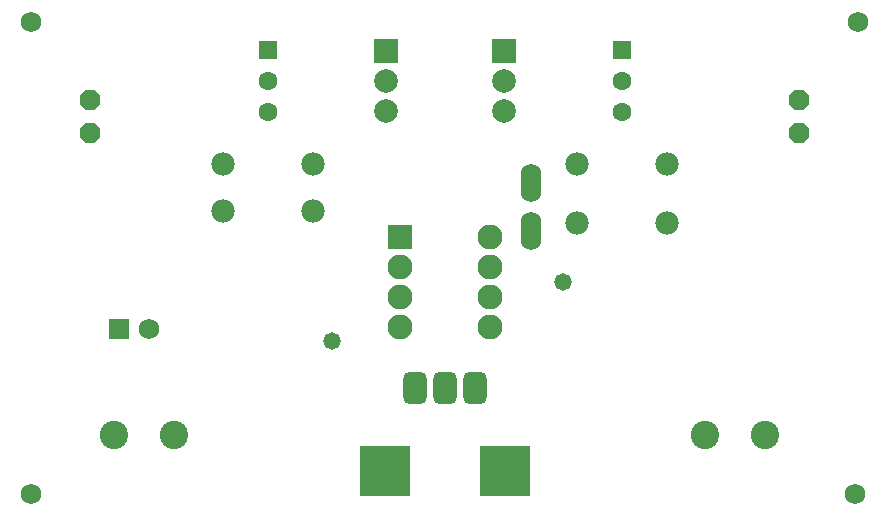
<source format=gbs>
G04*
G04 #@! TF.GenerationSoftware,Altium Limited,CircuitMaker,2.2.1 (2.2.1.6)*
G04*
G04 Layer_Color=8150272*
%FSLAX44Y44*%
%MOMM*%
G71*
G04*
G04 #@! TF.SameCoordinates,B7FF0B77-2EFF-419A-B724-F2A86093BB65*
G04*
G04*
G04 #@! TF.FilePolarity,Negative*
G04*
G01*
G75*
%ADD21O,1.7272X3.2512*%
%ADD22C,1.7272*%
%ADD23P,1.8695X8X292.5*%
%ADD24C,1.9812*%
%ADD25C,2.1082*%
%ADD26R,2.1082X2.1082*%
G04:AMPARAMS|DCode=27|XSize=1.9812mm|YSize=2.7432mm|CornerRadius=0.5461mm|HoleSize=0mm|Usage=FLASHONLY|Rotation=180.000|XOffset=0mm|YOffset=0mm|HoleType=Round|Shape=RoundedRectangle|*
%AMROUNDEDRECTD27*
21,1,1.9812,1.6510,0,0,180.0*
21,1,0.8890,2.7432,0,0,180.0*
1,1,1.0922,-0.4445,0.8255*
1,1,1.0922,0.4445,0.8255*
1,1,1.0922,0.4445,-0.8255*
1,1,1.0922,-0.4445,-0.8255*
%
%ADD27ROUNDEDRECTD27*%
%ADD28R,4.2672X4.2672*%
%ADD29R,1.7272X1.7272*%
%ADD30C,2.4032*%
%ADD31C,2.0032*%
%ADD32R,2.0032X2.0032*%
%ADD33R,1.6032X1.6032*%
%ADD34C,1.6032*%
%ADD35C,1.4732*%
G54D21*
X472750Y313820D02*
D03*
Y273180D02*
D03*
G54D22*
Y318900D02*
D03*
Y268100D02*
D03*
X747634Y50460D02*
D03*
X50000Y450000D02*
D03*
X750000D02*
D03*
X150000Y190000D02*
D03*
X50000Y50000D02*
D03*
G54D23*
X100000Y355776D02*
D03*
Y384000D02*
D03*
X700000D02*
D03*
Y355776D02*
D03*
G54D24*
X211899Y330000D02*
D03*
X288099D02*
D03*
X511901Y280000D02*
D03*
X588101D02*
D03*
X588099Y330000D02*
D03*
X511899D02*
D03*
X211901Y290000D02*
D03*
X288101D02*
D03*
G54D25*
X438100Y191900D02*
D03*
Y217300D02*
D03*
Y242700D02*
D03*
Y268100D02*
D03*
X361900Y191900D02*
D03*
Y217300D02*
D03*
Y242700D02*
D03*
G54D26*
Y268100D02*
D03*
G54D27*
X374600Y140000D02*
D03*
X400000D02*
D03*
X425400D02*
D03*
G54D28*
X349200Y70150D02*
D03*
X450800D02*
D03*
G54D29*
X124600Y190000D02*
D03*
G54D30*
X170800Y100000D02*
D03*
X120000D02*
D03*
X670800D02*
D03*
X620000D02*
D03*
G54D31*
X450000Y374600D02*
D03*
Y400000D02*
D03*
X350000Y374600D02*
D03*
Y400000D02*
D03*
G54D32*
X450000Y425400D02*
D03*
X350000D02*
D03*
G54D33*
X550000Y426000D02*
D03*
X250000D02*
D03*
G54D34*
X550000Y374000D02*
D03*
Y400000D02*
D03*
X250000Y374000D02*
D03*
Y400000D02*
D03*
G54D35*
X304500Y180000D02*
D03*
X499750Y229750D02*
D03*
M02*

</source>
